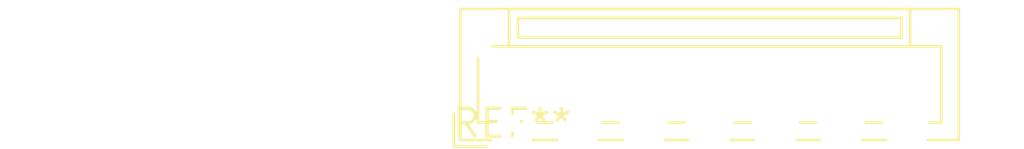
<source format=kicad_pcb>
(kicad_pcb (version 20240108) (generator pcbnew)
  (layers (0 "F.Cu" signal) (31 "B.Cu" signal) (34 "B.Paste" user) (35 "F.Paste" user) (36 "B.SilkS" user "B.Silkscreen") (37 "F.SilkS" user "F.Silkscreen") (38 "B.Mask" user) (39 "F.Mask" user) (44 "Edge.Cuts" user))
  (net 0 "")
  (footprint "JST_ZE_B13B-ZESK-1D_1x13_P1.50mm_Vertical" (layer "F.Cu") (at 0 0)
    (property "Reference" "REF**")
    (property "Value" "JST_ZE_B13B-ZESK-1D_1x13_P1.50mm_Vertical")
    (fp_line (start -2.66 -0.44) (end -2.66 1.06) (layer "F.SilkS") (stroke (width 0.12)))
    (fp_line (start -2.66 1.06) (end -1.16 1.06) (layer "F.SilkS") (stroke (width 0.12)))
    (fp_line (start -2.36 -5.21) (end 20.36 -5.21) (layer "F.SilkS") (stroke (width 0.12)))
    (fp_line (start -2.36 0.76) (end -2.36 -5.21) (layer "F.SilkS") (stroke (width 0.12)))
    (fp_line (start -1.56 -3) (end -1.56 -0.04) (layer "F.SilkS") (stroke (width 0.12)))
    (fp_line (start -1.56 -0.04) (end -1 -0.04) (layer "F.SilkS") (stroke (width 0.12)))
    (fp_line (start -0.96 0.76) (end -2.36 0.76) (layer "F.SilkS") (stroke (width 0.12)))
    (fp_line (start -0.14 -5.21) (end -0.14 -3.51) (layer "F.SilkS") (stroke (width 0.12)))
    (fp_line (start -0.14 -3.51) (end -0.9 -3.51) (layer "F.SilkS") (stroke (width 0.12)))
    (fp_line (start -0.14 -3.51) (end 18.14 -3.51) (layer "F.SilkS") (stroke (width 0.12)))
    (fp_line (start 0.26 -4.81) (end 0.26 -3.91) (layer "F.SilkS") (stroke (width 0.12)))
    (fp_line (start 0.26 -3.91) (end 17.74 -3.91) (layer "F.SilkS") (stroke (width 0.12)))
    (fp_line (start 0.96 0.76) (end 2.04 0.76) (layer "F.SilkS") (stroke (width 0.12)))
    (fp_line (start 1.135 -0.04) (end 1.865 -0.04) (layer "F.SilkS") (stroke (width 0.12)))
    (fp_line (start 3.96 0.76) (end 5.04 0.76) (layer "F.SilkS") (stroke (width 0.12)))
    (fp_line (start 4.135 -0.04) (end 4.865 -0.04) (layer "F.SilkS") (stroke (width 0.12)))
    (fp_line (start 6.96 0.76) (end 8.04 0.76) (layer "F.SilkS") (stroke (width 0.12)))
    (fp_line (start 7.135 -0.04) (end 7.865 -0.04) (layer "F.SilkS") (stroke (width 0.12)))
    (fp_line (start 9.96 0.76) (end 11.04 0.76) (layer "F.SilkS") (stroke (width 0.12)))
    (fp_line (start 10.135 -0.04) (end 10.865 -0.04) (layer "F.SilkS") (stroke (width 0.12)))
    (fp_line (start 12.96 0.76) (end 14.04 0.76) (layer "F.SilkS") (stroke (width 0.12)))
    (fp_line (start 13.135 -0.04) (end 13.865 -0.04) (layer "F.SilkS") (stroke (width 0.12)))
    (fp_line (start 15.96 0.76) (end 17.04 0.76) (layer "F.SilkS") (stroke (width 0.12)))
    (fp_line (start 16.135 -0.04) (end 16.865 -0.04) (layer "F.SilkS") (stroke (width 0.12)))
    (fp_line (start 17.74 -4.81) (end 0.26 -4.81) (layer "F.SilkS") (stroke (width 0.12)))
    (fp_line (start 17.74 -3.91) (end 17.74 -4.81) (layer "F.SilkS") (stroke (width 0.12)))
    (fp_line (start 18.14 -5.21) (end -0.14 -5.21) (layer "F.SilkS") (stroke (width 0.12)))
    (fp_line (start 18.14 -3.51) (end 18.14 -5.21) (layer "F.SilkS") (stroke (width 0.12)))
    (fp_line (start 18.14 -3.51) (end 19.56 -3.51) (layer "F.SilkS") (stroke (width 0.12)))
    (fp_line (start 19.56 -3.51) (end 19.56 -0.04) (layer "F.SilkS") (stroke (width 0.12)))
    (fp_line (start 19.56 -0.04) (end 19 -0.04) (layer "F.SilkS") (stroke (width 0.12)))
    (fp_line (start 20.36 -5.21) (end 20.36 0.76) (layer "F.SilkS") (stroke (width 0.12)))
    (fp_line (start 20.36 0.76) (end 18.96 0.76) (layer "F.SilkS") (stroke (width 0.12)))
    (pad "" np_thru_hole circle (at -1.65 -3.8) (size 0.85 0.85) (drill 0.85) (layers *.Cu *.Mask))
    (pad "1" thru_hole custom (at 0 0) (size 1.117157 1.117157) (drill 0.75) (layers *.Cu *.Mask) (remove_unused_layers) (options (clearance outline) (anchor circle)) (primitives (gr_poly (pts (xy 0.45 -0.225) (xy 0.45 0.625) (xy -0.45 0.625) (xy -0.45 -0.625) (xy 0.05 -0.625)) (width 0.5) (fill yes))))
    (pad "2" thru_hole oval (at 1.5 -2) (size 1.4 1.75) (drill 0.75) (layers *.Cu *.Mask) (remove_unused_layers))
    (pad "3" thru_hole oval (at 3 0) (size 1.4 1.75) (drill 0.75) (layers *.Cu *.Mask) (remove_unused_layers))
    (pad "4" thru_hole oval (at 4.5 -2) (size 1.4 1.75) (drill 0.75) (layers *.Cu *.Mask) (remove_unused_layers))
    (pad "5" thru_hole oval (at 6 0) (size 1.4 1.75) (drill 0.75) (layers *.Cu *.Mask) (remove_unused_layers))
    (pad "6" thru_hole oval (at 7.5 -2) (size 1.4 1.75) (drill 0.75) (layers *.Cu *.Mask) (remove_unused_layers))
    (pad "7" thru_hole oval (at 9 0) (size 1.4 1.75) (drill 0.75) (layers *.Cu *.Mask) (remove_unused_layers))
    (pad "8" thru_hole oval (at 10.5 -2) (size 1.4 1.75) (drill 0.75) (layers *.Cu *.Mask) (remove_unused_layers))
    (pad "9" thru_hole oval (at 12 0) (size 1.4 1.75) (drill 0.75) (layers *.Cu *.Mask) (remove_unused_layers))
    (pad "10" thru_hole oval (at 13.5 -2) (size 1.4 1.75) (drill 0.75) (layers *.Cu *.Mask) (remove_unused_layers))
    (pad "11" thru_hole oval (at 15 0) (size 1.4 1.75) (drill 0.75) (layers *.Cu *.Mask) (remove_unused_layers))
    (pad "12" thru_hole oval (at 16.5 -2) (size 1.4 1.75) (drill 0.75) (layers *.Cu *.Mask) (remove_unused_layers))
    (pad "13" thru_hole oval (at 18 0) (size 1.4 1.75) (drill 0.75) (layers *.Cu *.Mask) (remove_unused_layers))
  )
)
</source>
